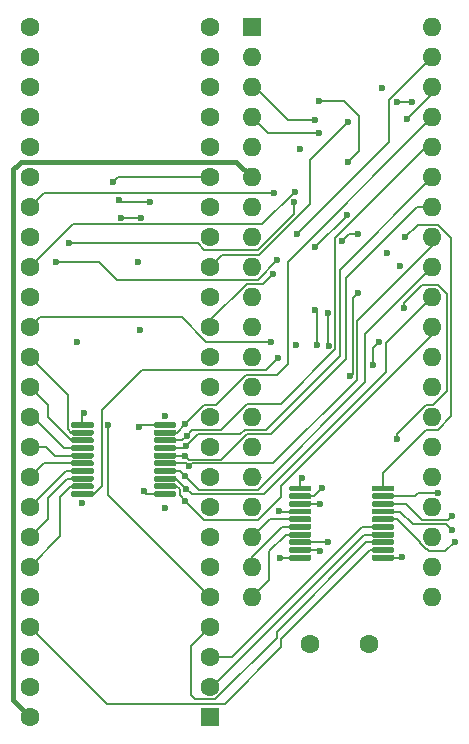
<source format=gbr>
G04 #@! TF.GenerationSoftware,KiCad,Pcbnew,(5.1.8)-1*
G04 #@! TF.CreationDate,2021-03-17T09:54:22-07:00*
G04 #@! TF.ProjectId,MCL64,4d434c36-342e-46b6-9963-61645f706362,rev?*
G04 #@! TF.SameCoordinates,Original*
G04 #@! TF.FileFunction,Copper,L4,Bot*
G04 #@! TF.FilePolarity,Positive*
%FSLAX46Y46*%
G04 Gerber Fmt 4.6, Leading zero omitted, Abs format (unit mm)*
G04 Created by KiCad (PCBNEW (5.1.8)-1) date 2021-03-17 09:54:22*
%MOMM*%
%LPD*%
G01*
G04 APERTURE LIST*
G04 #@! TA.AperFunction,ComponentPad*
%ADD10C,1.600000*%
G04 #@! TD*
G04 #@! TA.AperFunction,ComponentPad*
%ADD11R,1.600000X1.600000*%
G04 #@! TD*
G04 #@! TA.AperFunction,ComponentPad*
%ADD12O,1.600000X1.600000*%
G04 #@! TD*
G04 #@! TA.AperFunction,ViaPad*
%ADD13C,0.600000*%
G04 #@! TD*
G04 #@! TA.AperFunction,Conductor*
%ADD14C,0.177800*%
G04 #@! TD*
G04 #@! TA.AperFunction,Conductor*
%ADD15C,0.381000*%
G04 #@! TD*
G04 APERTURE END LIST*
D10*
X118532920Y-136410700D03*
X113532920Y-136410700D03*
X89847420Y-142618460D03*
X89847420Y-140078460D03*
X89847420Y-137538460D03*
X89847420Y-134998460D03*
X89847420Y-132458460D03*
X89847420Y-129918460D03*
X89847420Y-127378460D03*
X89847420Y-124838460D03*
X89847420Y-122298460D03*
X89847420Y-119758460D03*
X89847420Y-117218460D03*
X89847420Y-114678460D03*
X89847420Y-112138460D03*
X89847420Y-109598460D03*
D11*
X105087420Y-142618460D03*
D10*
X105087420Y-140078460D03*
X105087420Y-137538460D03*
X105087420Y-134998460D03*
X105087420Y-132458460D03*
X105087420Y-129918460D03*
X105087420Y-127378460D03*
X105087420Y-124838460D03*
X105087420Y-122298460D03*
X105087420Y-119758460D03*
X105087420Y-117218460D03*
X105087420Y-114678460D03*
X105087420Y-112138460D03*
X89847420Y-107058460D03*
X89847420Y-104518460D03*
X89847420Y-101978460D03*
X89847420Y-99438460D03*
X89847420Y-96898460D03*
X89847420Y-94358460D03*
X89847420Y-91818460D03*
X89847420Y-89278460D03*
X89847420Y-86738460D03*
X89847420Y-84198460D03*
X105087420Y-84198460D03*
X105087420Y-86738460D03*
X105087420Y-89278460D03*
X105087420Y-91818460D03*
X105087420Y-109598460D03*
X105087420Y-107058460D03*
X105087420Y-104518460D03*
X105087420Y-94358460D03*
X105087420Y-96898460D03*
X105087420Y-99438460D03*
X105087420Y-101978460D03*
G04 #@! TA.AperFunction,SMDPad,CuDef*
G36*
G01*
X95224760Y-117775260D02*
X95224760Y-118025260D01*
G75*
G02*
X95099760Y-118150260I-125000J0D01*
G01*
X93449760Y-118150260D01*
G75*
G02*
X93324760Y-118025260I0J125000D01*
G01*
X93324760Y-117775260D01*
G75*
G02*
X93449760Y-117650260I125000J0D01*
G01*
X95099760Y-117650260D01*
G75*
G02*
X95224760Y-117775260I0J-125000D01*
G01*
G37*
G04 #@! TD.AperFunction*
G04 #@! TA.AperFunction,SMDPad,CuDef*
G36*
G01*
X95224760Y-118425260D02*
X95224760Y-118675260D01*
G75*
G02*
X95099760Y-118800260I-125000J0D01*
G01*
X93449760Y-118800260D01*
G75*
G02*
X93324760Y-118675260I0J125000D01*
G01*
X93324760Y-118425260D01*
G75*
G02*
X93449760Y-118300260I125000J0D01*
G01*
X95099760Y-118300260D01*
G75*
G02*
X95224760Y-118425260I0J-125000D01*
G01*
G37*
G04 #@! TD.AperFunction*
G04 #@! TA.AperFunction,SMDPad,CuDef*
G36*
G01*
X95224760Y-119075260D02*
X95224760Y-119325260D01*
G75*
G02*
X95099760Y-119450260I-125000J0D01*
G01*
X93449760Y-119450260D01*
G75*
G02*
X93324760Y-119325260I0J125000D01*
G01*
X93324760Y-119075260D01*
G75*
G02*
X93449760Y-118950260I125000J0D01*
G01*
X95099760Y-118950260D01*
G75*
G02*
X95224760Y-119075260I0J-125000D01*
G01*
G37*
G04 #@! TD.AperFunction*
G04 #@! TA.AperFunction,SMDPad,CuDef*
G36*
G01*
X95224760Y-119725260D02*
X95224760Y-119975260D01*
G75*
G02*
X95099760Y-120100260I-125000J0D01*
G01*
X93449760Y-120100260D01*
G75*
G02*
X93324760Y-119975260I0J125000D01*
G01*
X93324760Y-119725260D01*
G75*
G02*
X93449760Y-119600260I125000J0D01*
G01*
X95099760Y-119600260D01*
G75*
G02*
X95224760Y-119725260I0J-125000D01*
G01*
G37*
G04 #@! TD.AperFunction*
G04 #@! TA.AperFunction,SMDPad,CuDef*
G36*
G01*
X95224760Y-120375260D02*
X95224760Y-120625260D01*
G75*
G02*
X95099760Y-120750260I-125000J0D01*
G01*
X93449760Y-120750260D01*
G75*
G02*
X93324760Y-120625260I0J125000D01*
G01*
X93324760Y-120375260D01*
G75*
G02*
X93449760Y-120250260I125000J0D01*
G01*
X95099760Y-120250260D01*
G75*
G02*
X95224760Y-120375260I0J-125000D01*
G01*
G37*
G04 #@! TD.AperFunction*
G04 #@! TA.AperFunction,SMDPad,CuDef*
G36*
G01*
X95224760Y-121025260D02*
X95224760Y-121275260D01*
G75*
G02*
X95099760Y-121400260I-125000J0D01*
G01*
X93449760Y-121400260D01*
G75*
G02*
X93324760Y-121275260I0J125000D01*
G01*
X93324760Y-121025260D01*
G75*
G02*
X93449760Y-120900260I125000J0D01*
G01*
X95099760Y-120900260D01*
G75*
G02*
X95224760Y-121025260I0J-125000D01*
G01*
G37*
G04 #@! TD.AperFunction*
G04 #@! TA.AperFunction,SMDPad,CuDef*
G36*
G01*
X95224760Y-121675260D02*
X95224760Y-121925260D01*
G75*
G02*
X95099760Y-122050260I-125000J0D01*
G01*
X93449760Y-122050260D01*
G75*
G02*
X93324760Y-121925260I0J125000D01*
G01*
X93324760Y-121675260D01*
G75*
G02*
X93449760Y-121550260I125000J0D01*
G01*
X95099760Y-121550260D01*
G75*
G02*
X95224760Y-121675260I0J-125000D01*
G01*
G37*
G04 #@! TD.AperFunction*
G04 #@! TA.AperFunction,SMDPad,CuDef*
G36*
G01*
X95224760Y-122325260D02*
X95224760Y-122575260D01*
G75*
G02*
X95099760Y-122700260I-125000J0D01*
G01*
X93449760Y-122700260D01*
G75*
G02*
X93324760Y-122575260I0J125000D01*
G01*
X93324760Y-122325260D01*
G75*
G02*
X93449760Y-122200260I125000J0D01*
G01*
X95099760Y-122200260D01*
G75*
G02*
X95224760Y-122325260I0J-125000D01*
G01*
G37*
G04 #@! TD.AperFunction*
G04 #@! TA.AperFunction,SMDPad,CuDef*
G36*
G01*
X95224760Y-122975260D02*
X95224760Y-123225260D01*
G75*
G02*
X95099760Y-123350260I-125000J0D01*
G01*
X93449760Y-123350260D01*
G75*
G02*
X93324760Y-123225260I0J125000D01*
G01*
X93324760Y-122975260D01*
G75*
G02*
X93449760Y-122850260I125000J0D01*
G01*
X95099760Y-122850260D01*
G75*
G02*
X95224760Y-122975260I0J-125000D01*
G01*
G37*
G04 #@! TD.AperFunction*
G04 #@! TA.AperFunction,SMDPad,CuDef*
G36*
G01*
X95224760Y-123625260D02*
X95224760Y-123875260D01*
G75*
G02*
X95099760Y-124000260I-125000J0D01*
G01*
X93449760Y-124000260D01*
G75*
G02*
X93324760Y-123875260I0J125000D01*
G01*
X93324760Y-123625260D01*
G75*
G02*
X93449760Y-123500260I125000J0D01*
G01*
X95099760Y-123500260D01*
G75*
G02*
X95224760Y-123625260I0J-125000D01*
G01*
G37*
G04 #@! TD.AperFunction*
G04 #@! TA.AperFunction,SMDPad,CuDef*
G36*
G01*
X102224760Y-123625260D02*
X102224760Y-123875260D01*
G75*
G02*
X102099760Y-124000260I-125000J0D01*
G01*
X100449760Y-124000260D01*
G75*
G02*
X100324760Y-123875260I0J125000D01*
G01*
X100324760Y-123625260D01*
G75*
G02*
X100449760Y-123500260I125000J0D01*
G01*
X102099760Y-123500260D01*
G75*
G02*
X102224760Y-123625260I0J-125000D01*
G01*
G37*
G04 #@! TD.AperFunction*
G04 #@! TA.AperFunction,SMDPad,CuDef*
G36*
G01*
X102224760Y-122975260D02*
X102224760Y-123225260D01*
G75*
G02*
X102099760Y-123350260I-125000J0D01*
G01*
X100449760Y-123350260D01*
G75*
G02*
X100324760Y-123225260I0J125000D01*
G01*
X100324760Y-122975260D01*
G75*
G02*
X100449760Y-122850260I125000J0D01*
G01*
X102099760Y-122850260D01*
G75*
G02*
X102224760Y-122975260I0J-125000D01*
G01*
G37*
G04 #@! TD.AperFunction*
G04 #@! TA.AperFunction,SMDPad,CuDef*
G36*
G01*
X102224760Y-122325260D02*
X102224760Y-122575260D01*
G75*
G02*
X102099760Y-122700260I-125000J0D01*
G01*
X100449760Y-122700260D01*
G75*
G02*
X100324760Y-122575260I0J125000D01*
G01*
X100324760Y-122325260D01*
G75*
G02*
X100449760Y-122200260I125000J0D01*
G01*
X102099760Y-122200260D01*
G75*
G02*
X102224760Y-122325260I0J-125000D01*
G01*
G37*
G04 #@! TD.AperFunction*
G04 #@! TA.AperFunction,SMDPad,CuDef*
G36*
G01*
X102224760Y-121675260D02*
X102224760Y-121925260D01*
G75*
G02*
X102099760Y-122050260I-125000J0D01*
G01*
X100449760Y-122050260D01*
G75*
G02*
X100324760Y-121925260I0J125000D01*
G01*
X100324760Y-121675260D01*
G75*
G02*
X100449760Y-121550260I125000J0D01*
G01*
X102099760Y-121550260D01*
G75*
G02*
X102224760Y-121675260I0J-125000D01*
G01*
G37*
G04 #@! TD.AperFunction*
G04 #@! TA.AperFunction,SMDPad,CuDef*
G36*
G01*
X102224760Y-121025260D02*
X102224760Y-121275260D01*
G75*
G02*
X102099760Y-121400260I-125000J0D01*
G01*
X100449760Y-121400260D01*
G75*
G02*
X100324760Y-121275260I0J125000D01*
G01*
X100324760Y-121025260D01*
G75*
G02*
X100449760Y-120900260I125000J0D01*
G01*
X102099760Y-120900260D01*
G75*
G02*
X102224760Y-121025260I0J-125000D01*
G01*
G37*
G04 #@! TD.AperFunction*
G04 #@! TA.AperFunction,SMDPad,CuDef*
G36*
G01*
X102224760Y-120375260D02*
X102224760Y-120625260D01*
G75*
G02*
X102099760Y-120750260I-125000J0D01*
G01*
X100449760Y-120750260D01*
G75*
G02*
X100324760Y-120625260I0J125000D01*
G01*
X100324760Y-120375260D01*
G75*
G02*
X100449760Y-120250260I125000J0D01*
G01*
X102099760Y-120250260D01*
G75*
G02*
X102224760Y-120375260I0J-125000D01*
G01*
G37*
G04 #@! TD.AperFunction*
G04 #@! TA.AperFunction,SMDPad,CuDef*
G36*
G01*
X102224760Y-119725260D02*
X102224760Y-119975260D01*
G75*
G02*
X102099760Y-120100260I-125000J0D01*
G01*
X100449760Y-120100260D01*
G75*
G02*
X100324760Y-119975260I0J125000D01*
G01*
X100324760Y-119725260D01*
G75*
G02*
X100449760Y-119600260I125000J0D01*
G01*
X102099760Y-119600260D01*
G75*
G02*
X102224760Y-119725260I0J-125000D01*
G01*
G37*
G04 #@! TD.AperFunction*
G04 #@! TA.AperFunction,SMDPad,CuDef*
G36*
G01*
X102224760Y-119075260D02*
X102224760Y-119325260D01*
G75*
G02*
X102099760Y-119450260I-125000J0D01*
G01*
X100449760Y-119450260D01*
G75*
G02*
X100324760Y-119325260I0J125000D01*
G01*
X100324760Y-119075260D01*
G75*
G02*
X100449760Y-118950260I125000J0D01*
G01*
X102099760Y-118950260D01*
G75*
G02*
X102224760Y-119075260I0J-125000D01*
G01*
G37*
G04 #@! TD.AperFunction*
G04 #@! TA.AperFunction,SMDPad,CuDef*
G36*
G01*
X102224760Y-118425260D02*
X102224760Y-118675260D01*
G75*
G02*
X102099760Y-118800260I-125000J0D01*
G01*
X100449760Y-118800260D01*
G75*
G02*
X100324760Y-118675260I0J125000D01*
G01*
X100324760Y-118425260D01*
G75*
G02*
X100449760Y-118300260I125000J0D01*
G01*
X102099760Y-118300260D01*
G75*
G02*
X102224760Y-118425260I0J-125000D01*
G01*
G37*
G04 #@! TD.AperFunction*
G04 #@! TA.AperFunction,SMDPad,CuDef*
G36*
G01*
X102224760Y-117775260D02*
X102224760Y-118025260D01*
G75*
G02*
X102099760Y-118150260I-125000J0D01*
G01*
X100449760Y-118150260D01*
G75*
G02*
X100324760Y-118025260I0J125000D01*
G01*
X100324760Y-117775260D01*
G75*
G02*
X100449760Y-117650260I125000J0D01*
G01*
X102099760Y-117650260D01*
G75*
G02*
X102224760Y-117775260I0J-125000D01*
G01*
G37*
G04 #@! TD.AperFunction*
G04 #@! TA.AperFunction,SMDPad,CuDef*
G36*
G01*
X113665160Y-123162600D02*
X113665160Y-123412600D01*
G75*
G02*
X113540160Y-123537600I-125000J0D01*
G01*
X111890160Y-123537600D01*
G75*
G02*
X111765160Y-123412600I0J125000D01*
G01*
X111765160Y-123162600D01*
G75*
G02*
X111890160Y-123037600I125000J0D01*
G01*
X113540160Y-123037600D01*
G75*
G02*
X113665160Y-123162600I0J-125000D01*
G01*
G37*
G04 #@! TD.AperFunction*
G04 #@! TA.AperFunction,SMDPad,CuDef*
G36*
G01*
X113665160Y-123812600D02*
X113665160Y-124062600D01*
G75*
G02*
X113540160Y-124187600I-125000J0D01*
G01*
X111890160Y-124187600D01*
G75*
G02*
X111765160Y-124062600I0J125000D01*
G01*
X111765160Y-123812600D01*
G75*
G02*
X111890160Y-123687600I125000J0D01*
G01*
X113540160Y-123687600D01*
G75*
G02*
X113665160Y-123812600I0J-125000D01*
G01*
G37*
G04 #@! TD.AperFunction*
G04 #@! TA.AperFunction,SMDPad,CuDef*
G36*
G01*
X113665160Y-124462600D02*
X113665160Y-124712600D01*
G75*
G02*
X113540160Y-124837600I-125000J0D01*
G01*
X111890160Y-124837600D01*
G75*
G02*
X111765160Y-124712600I0J125000D01*
G01*
X111765160Y-124462600D01*
G75*
G02*
X111890160Y-124337600I125000J0D01*
G01*
X113540160Y-124337600D01*
G75*
G02*
X113665160Y-124462600I0J-125000D01*
G01*
G37*
G04 #@! TD.AperFunction*
G04 #@! TA.AperFunction,SMDPad,CuDef*
G36*
G01*
X113665160Y-125112600D02*
X113665160Y-125362600D01*
G75*
G02*
X113540160Y-125487600I-125000J0D01*
G01*
X111890160Y-125487600D01*
G75*
G02*
X111765160Y-125362600I0J125000D01*
G01*
X111765160Y-125112600D01*
G75*
G02*
X111890160Y-124987600I125000J0D01*
G01*
X113540160Y-124987600D01*
G75*
G02*
X113665160Y-125112600I0J-125000D01*
G01*
G37*
G04 #@! TD.AperFunction*
G04 #@! TA.AperFunction,SMDPad,CuDef*
G36*
G01*
X113665160Y-125762600D02*
X113665160Y-126012600D01*
G75*
G02*
X113540160Y-126137600I-125000J0D01*
G01*
X111890160Y-126137600D01*
G75*
G02*
X111765160Y-126012600I0J125000D01*
G01*
X111765160Y-125762600D01*
G75*
G02*
X111890160Y-125637600I125000J0D01*
G01*
X113540160Y-125637600D01*
G75*
G02*
X113665160Y-125762600I0J-125000D01*
G01*
G37*
G04 #@! TD.AperFunction*
G04 #@! TA.AperFunction,SMDPad,CuDef*
G36*
G01*
X113665160Y-126412600D02*
X113665160Y-126662600D01*
G75*
G02*
X113540160Y-126787600I-125000J0D01*
G01*
X111890160Y-126787600D01*
G75*
G02*
X111765160Y-126662600I0J125000D01*
G01*
X111765160Y-126412600D01*
G75*
G02*
X111890160Y-126287600I125000J0D01*
G01*
X113540160Y-126287600D01*
G75*
G02*
X113665160Y-126412600I0J-125000D01*
G01*
G37*
G04 #@! TD.AperFunction*
G04 #@! TA.AperFunction,SMDPad,CuDef*
G36*
G01*
X113665160Y-127062600D02*
X113665160Y-127312600D01*
G75*
G02*
X113540160Y-127437600I-125000J0D01*
G01*
X111890160Y-127437600D01*
G75*
G02*
X111765160Y-127312600I0J125000D01*
G01*
X111765160Y-127062600D01*
G75*
G02*
X111890160Y-126937600I125000J0D01*
G01*
X113540160Y-126937600D01*
G75*
G02*
X113665160Y-127062600I0J-125000D01*
G01*
G37*
G04 #@! TD.AperFunction*
G04 #@! TA.AperFunction,SMDPad,CuDef*
G36*
G01*
X113665160Y-127712600D02*
X113665160Y-127962600D01*
G75*
G02*
X113540160Y-128087600I-125000J0D01*
G01*
X111890160Y-128087600D01*
G75*
G02*
X111765160Y-127962600I0J125000D01*
G01*
X111765160Y-127712600D01*
G75*
G02*
X111890160Y-127587600I125000J0D01*
G01*
X113540160Y-127587600D01*
G75*
G02*
X113665160Y-127712600I0J-125000D01*
G01*
G37*
G04 #@! TD.AperFunction*
G04 #@! TA.AperFunction,SMDPad,CuDef*
G36*
G01*
X113665160Y-128362600D02*
X113665160Y-128612600D01*
G75*
G02*
X113540160Y-128737600I-125000J0D01*
G01*
X111890160Y-128737600D01*
G75*
G02*
X111765160Y-128612600I0J125000D01*
G01*
X111765160Y-128362600D01*
G75*
G02*
X111890160Y-128237600I125000J0D01*
G01*
X113540160Y-128237600D01*
G75*
G02*
X113665160Y-128362600I0J-125000D01*
G01*
G37*
G04 #@! TD.AperFunction*
G04 #@! TA.AperFunction,SMDPad,CuDef*
G36*
G01*
X113665160Y-129012600D02*
X113665160Y-129262600D01*
G75*
G02*
X113540160Y-129387600I-125000J0D01*
G01*
X111890160Y-129387600D01*
G75*
G02*
X111765160Y-129262600I0J125000D01*
G01*
X111765160Y-129012600D01*
G75*
G02*
X111890160Y-128887600I125000J0D01*
G01*
X113540160Y-128887600D01*
G75*
G02*
X113665160Y-129012600I0J-125000D01*
G01*
G37*
G04 #@! TD.AperFunction*
G04 #@! TA.AperFunction,SMDPad,CuDef*
G36*
G01*
X120665160Y-129012600D02*
X120665160Y-129262600D01*
G75*
G02*
X120540160Y-129387600I-125000J0D01*
G01*
X118890160Y-129387600D01*
G75*
G02*
X118765160Y-129262600I0J125000D01*
G01*
X118765160Y-129012600D01*
G75*
G02*
X118890160Y-128887600I125000J0D01*
G01*
X120540160Y-128887600D01*
G75*
G02*
X120665160Y-129012600I0J-125000D01*
G01*
G37*
G04 #@! TD.AperFunction*
G04 #@! TA.AperFunction,SMDPad,CuDef*
G36*
G01*
X120665160Y-128362600D02*
X120665160Y-128612600D01*
G75*
G02*
X120540160Y-128737600I-125000J0D01*
G01*
X118890160Y-128737600D01*
G75*
G02*
X118765160Y-128612600I0J125000D01*
G01*
X118765160Y-128362600D01*
G75*
G02*
X118890160Y-128237600I125000J0D01*
G01*
X120540160Y-128237600D01*
G75*
G02*
X120665160Y-128362600I0J-125000D01*
G01*
G37*
G04 #@! TD.AperFunction*
G04 #@! TA.AperFunction,SMDPad,CuDef*
G36*
G01*
X120665160Y-127712600D02*
X120665160Y-127962600D01*
G75*
G02*
X120540160Y-128087600I-125000J0D01*
G01*
X118890160Y-128087600D01*
G75*
G02*
X118765160Y-127962600I0J125000D01*
G01*
X118765160Y-127712600D01*
G75*
G02*
X118890160Y-127587600I125000J0D01*
G01*
X120540160Y-127587600D01*
G75*
G02*
X120665160Y-127712600I0J-125000D01*
G01*
G37*
G04 #@! TD.AperFunction*
G04 #@! TA.AperFunction,SMDPad,CuDef*
G36*
G01*
X120665160Y-127062600D02*
X120665160Y-127312600D01*
G75*
G02*
X120540160Y-127437600I-125000J0D01*
G01*
X118890160Y-127437600D01*
G75*
G02*
X118765160Y-127312600I0J125000D01*
G01*
X118765160Y-127062600D01*
G75*
G02*
X118890160Y-126937600I125000J0D01*
G01*
X120540160Y-126937600D01*
G75*
G02*
X120665160Y-127062600I0J-125000D01*
G01*
G37*
G04 #@! TD.AperFunction*
G04 #@! TA.AperFunction,SMDPad,CuDef*
G36*
G01*
X120665160Y-126412600D02*
X120665160Y-126662600D01*
G75*
G02*
X120540160Y-126787600I-125000J0D01*
G01*
X118890160Y-126787600D01*
G75*
G02*
X118765160Y-126662600I0J125000D01*
G01*
X118765160Y-126412600D01*
G75*
G02*
X118890160Y-126287600I125000J0D01*
G01*
X120540160Y-126287600D01*
G75*
G02*
X120665160Y-126412600I0J-125000D01*
G01*
G37*
G04 #@! TD.AperFunction*
G04 #@! TA.AperFunction,SMDPad,CuDef*
G36*
G01*
X120665160Y-125762600D02*
X120665160Y-126012600D01*
G75*
G02*
X120540160Y-126137600I-125000J0D01*
G01*
X118890160Y-126137600D01*
G75*
G02*
X118765160Y-126012600I0J125000D01*
G01*
X118765160Y-125762600D01*
G75*
G02*
X118890160Y-125637600I125000J0D01*
G01*
X120540160Y-125637600D01*
G75*
G02*
X120665160Y-125762600I0J-125000D01*
G01*
G37*
G04 #@! TD.AperFunction*
G04 #@! TA.AperFunction,SMDPad,CuDef*
G36*
G01*
X120665160Y-125112600D02*
X120665160Y-125362600D01*
G75*
G02*
X120540160Y-125487600I-125000J0D01*
G01*
X118890160Y-125487600D01*
G75*
G02*
X118765160Y-125362600I0J125000D01*
G01*
X118765160Y-125112600D01*
G75*
G02*
X118890160Y-124987600I125000J0D01*
G01*
X120540160Y-124987600D01*
G75*
G02*
X120665160Y-125112600I0J-125000D01*
G01*
G37*
G04 #@! TD.AperFunction*
G04 #@! TA.AperFunction,SMDPad,CuDef*
G36*
G01*
X120665160Y-124462600D02*
X120665160Y-124712600D01*
G75*
G02*
X120540160Y-124837600I-125000J0D01*
G01*
X118890160Y-124837600D01*
G75*
G02*
X118765160Y-124712600I0J125000D01*
G01*
X118765160Y-124462600D01*
G75*
G02*
X118890160Y-124337600I125000J0D01*
G01*
X120540160Y-124337600D01*
G75*
G02*
X120665160Y-124462600I0J-125000D01*
G01*
G37*
G04 #@! TD.AperFunction*
G04 #@! TA.AperFunction,SMDPad,CuDef*
G36*
G01*
X120665160Y-123812600D02*
X120665160Y-124062600D01*
G75*
G02*
X120540160Y-124187600I-125000J0D01*
G01*
X118890160Y-124187600D01*
G75*
G02*
X118765160Y-124062600I0J125000D01*
G01*
X118765160Y-123812600D01*
G75*
G02*
X118890160Y-123687600I125000J0D01*
G01*
X120540160Y-123687600D01*
G75*
G02*
X120665160Y-123812600I0J-125000D01*
G01*
G37*
G04 #@! TD.AperFunction*
G04 #@! TA.AperFunction,SMDPad,CuDef*
G36*
G01*
X120665160Y-123162600D02*
X120665160Y-123412600D01*
G75*
G02*
X120540160Y-123537600I-125000J0D01*
G01*
X118890160Y-123537600D01*
G75*
G02*
X118765160Y-123412600I0J125000D01*
G01*
X118765160Y-123162600D01*
G75*
G02*
X118890160Y-123037600I125000J0D01*
G01*
X120540160Y-123037600D01*
G75*
G02*
X120665160Y-123162600I0J-125000D01*
G01*
G37*
G04 #@! TD.AperFunction*
D12*
X123873260Y-84226400D03*
X108633260Y-132486400D03*
X123873260Y-86766400D03*
X108633260Y-129946400D03*
X123873260Y-89306400D03*
X108633260Y-127406400D03*
X123873260Y-91846400D03*
X108633260Y-124866400D03*
X123873260Y-94386400D03*
X108633260Y-122326400D03*
X123873260Y-96926400D03*
X108633260Y-119786400D03*
X123873260Y-99466400D03*
X108633260Y-117246400D03*
X123873260Y-102006400D03*
X108633260Y-114706400D03*
X123873260Y-104546400D03*
X108633260Y-112166400D03*
X123873260Y-107086400D03*
X108633260Y-109626400D03*
X123873260Y-109626400D03*
X108633260Y-107086400D03*
X123873260Y-112166400D03*
X108633260Y-104546400D03*
X123873260Y-114706400D03*
X108633260Y-102006400D03*
X123873260Y-117246400D03*
X108633260Y-99466400D03*
X123873260Y-119786400D03*
X108633260Y-96926400D03*
X123873260Y-122326400D03*
X108633260Y-94386400D03*
X123873260Y-124866400D03*
X108633260Y-91846400D03*
X123873260Y-127406400D03*
X108633260Y-89306400D03*
X123873260Y-129946400D03*
X108633260Y-86766400D03*
X123873260Y-132486400D03*
D11*
X108633260Y-84226400D03*
D13*
X93776800Y-110850680D03*
X94206060Y-124510800D03*
X121340880Y-129120900D03*
X112682020Y-94510860D03*
X112395000Y-111115140D03*
X99458320Y-123536536D03*
X99030574Y-118039163D03*
X121185940Y-104467660D03*
X98953320Y-104084120D03*
X99118420Y-109893100D03*
X94373415Y-116907004D03*
X119608600Y-89369900D03*
X112861049Y-122387399D03*
X110996055Y-129179915D03*
X101257100Y-124914660D03*
X101300938Y-117150571D03*
X120103900Y-103344980D03*
X120947180Y-90589100D03*
X122163840Y-90528140D03*
X119359680Y-110871000D03*
X118862321Y-112872108D03*
X110794802Y-112227360D03*
X114269520Y-93215460D03*
X113976064Y-92120554D03*
X121737120Y-92024200D03*
X112400080Y-101747320D03*
X114165380Y-111147860D03*
X114003415Y-108203405D03*
X115039140Y-108437680D03*
X115120420Y-111218980D03*
X117617240Y-106718100D03*
X116946680Y-113802160D03*
X102956360Y-117835680D03*
X110944660Y-125211840D03*
X103088440Y-118803420D03*
X114429540Y-124566680D03*
X103045262Y-119715280D03*
X114551460Y-123276360D03*
X102967002Y-120549790D03*
X103272143Y-121413051D03*
X102941119Y-122222260D03*
X103075740Y-123294140D03*
X102981760Y-124340620D03*
X114363500Y-128587500D03*
X115082988Y-127851570D03*
X99213166Y-100345049D03*
X97502980Y-100345049D03*
X100020120Y-99032060D03*
X97401380Y-98902520D03*
X96888300Y-97312480D03*
X113982500Y-102859840D03*
X116662200Y-100159820D03*
X116743480Y-95633540D03*
X114287300Y-90510360D03*
X121592340Y-102029260D03*
X116258340Y-102339140D03*
X117584521Y-101765100D03*
X110789720Y-103929180D03*
X91996260Y-104094280D03*
X125778260Y-127774700D03*
X125544788Y-126779976D03*
X125549660Y-125630940D03*
X124345410Y-123703080D03*
X116791740Y-92273120D03*
X110523020Y-98231960D03*
X110230920Y-110871000D03*
X121495820Y-108013500D03*
X120901460Y-119062500D03*
X110414399Y-105105951D03*
X96464410Y-117940757D03*
X112273080Y-98145600D03*
X112174020Y-99067620D03*
X93139260Y-102532180D03*
D14*
X88780719Y-95925541D02*
X88874501Y-95831759D01*
D15*
X107309920Y-95603060D02*
X108633260Y-96926400D01*
X89103200Y-95603060D02*
X107309920Y-95603060D01*
X88874501Y-95831759D02*
X89103200Y-95603060D01*
X88432640Y-96273620D02*
X88780719Y-95925541D01*
X88432640Y-141203680D02*
X88432640Y-96273620D01*
X89847420Y-142618460D02*
X88432640Y-141203680D01*
D14*
X121324180Y-129137600D02*
X121340880Y-129120900D01*
X119715160Y-129137600D02*
X121324180Y-129137600D01*
X99672044Y-123750260D02*
X99458320Y-123536536D01*
X101274760Y-123750260D02*
X99672044Y-123750260D01*
X99169477Y-117900260D02*
X99030574Y-118039163D01*
X101274760Y-117900260D02*
X99169477Y-117900260D01*
X94274760Y-117005659D02*
X94373415Y-116907004D01*
X94274760Y-117900260D02*
X94274760Y-117005659D01*
X112715160Y-123287600D02*
X112715160Y-122533288D01*
X112715160Y-122533288D02*
X112861049Y-122387399D01*
X112715160Y-129137600D02*
X111038370Y-129137600D01*
X111038370Y-129137600D02*
X110996055Y-129179915D01*
X122102880Y-90589100D02*
X122163840Y-90528140D01*
X120947180Y-90589100D02*
X122102880Y-90589100D01*
X119359680Y-110871000D02*
X118862321Y-111368359D01*
X118862321Y-111368359D02*
X118862321Y-112872108D01*
X94274760Y-123750260D02*
X95224760Y-123750260D01*
X95224760Y-123750260D02*
X95897700Y-123077320D01*
X95897700Y-123077320D02*
X95897700Y-116657120D01*
X95897700Y-116657120D02*
X99321719Y-113233101D01*
X99321719Y-113233101D02*
X109789061Y-113233101D01*
X109789061Y-113233101D02*
X110794802Y-112227360D01*
X114269520Y-93215460D02*
X110002320Y-93215460D01*
X110002320Y-93215460D02*
X108633260Y-91846400D01*
X111693794Y-92120554D02*
X113976064Y-92120554D01*
X108879640Y-89306400D02*
X111693794Y-92120554D01*
X108633260Y-89306400D02*
X108879640Y-89306400D01*
X123873260Y-89888060D02*
X123873260Y-89306400D01*
X121737120Y-92024200D02*
X123873260Y-89888060D01*
X112400080Y-101747320D02*
X120235980Y-93911420D01*
X120235980Y-90403680D02*
X123873260Y-86766400D01*
X120235980Y-93911420D02*
X120235980Y-90403680D01*
X114165380Y-108365370D02*
X114003415Y-108203405D01*
X114165380Y-111147860D02*
X114165380Y-108365370D01*
X115039140Y-111137700D02*
X115120420Y-111218980D01*
X115039140Y-108437680D02*
X115039140Y-111137700D01*
X117157500Y-113591340D02*
X116946680Y-113802160D01*
X117157500Y-107177840D02*
X117157500Y-113591340D01*
X117617240Y-106718100D02*
X117157500Y-107177840D01*
X110109000Y-131010660D02*
X108633260Y-132486400D01*
X110109000Y-128569720D02*
X110109000Y-131010660D01*
X111491120Y-127187600D02*
X110109000Y-128569720D01*
X112715160Y-127187600D02*
X111491120Y-127187600D01*
X108633260Y-129070100D02*
X108633260Y-129946400D01*
X111165760Y-126537600D02*
X108633260Y-129070100D01*
X112715160Y-126537600D02*
X111165760Y-126537600D01*
X110152060Y-125887600D02*
X108633260Y-127406400D01*
X112715160Y-125887600D02*
X110152060Y-125887600D01*
X101274760Y-118550260D02*
X102241780Y-118550260D01*
X123873260Y-91846400D02*
X111645982Y-104073678D01*
X102241780Y-118550260D02*
X102956360Y-117835680D01*
X111645982Y-104073678D02*
X111645982Y-112781318D01*
X111645982Y-112781318D02*
X110787601Y-113639699D01*
X108121243Y-113639699D02*
X105558383Y-116202559D01*
X105558383Y-116202559D02*
X104589481Y-116202559D01*
X104589481Y-116202559D02*
X102956360Y-117835680D01*
X110787601Y-113639699D02*
X108121243Y-113639699D01*
X109004460Y-125237600D02*
X108633260Y-124866400D01*
X110970420Y-125237600D02*
X110944660Y-125211840D01*
X112715160Y-125237600D02*
X110970420Y-125237600D01*
X123873260Y-94386400D02*
X123372360Y-94386400D01*
X123372360Y-94386400D02*
X115687122Y-102071638D01*
X115687122Y-102071638D02*
X115687122Y-111490998D01*
X115687122Y-111490998D02*
X111049408Y-116128712D01*
X111049408Y-116128712D02*
X108172230Y-116128712D01*
X108172230Y-116128712D02*
X105964794Y-118336148D01*
X105964794Y-118336148D02*
X103555712Y-118336148D01*
X103555712Y-118336148D02*
X103088440Y-118803420D01*
X101274760Y-119200260D02*
X102691600Y-119200260D01*
X102691600Y-119200260D02*
X103088440Y-118803420D01*
X109413040Y-122326400D02*
X108633260Y-122326400D01*
X114408620Y-124587600D02*
X114429540Y-124566680D01*
X112715160Y-124587600D02*
X114408620Y-124587600D01*
X104068783Y-118691759D02*
X103045262Y-119715280D01*
X116042733Y-104756927D02*
X116042733Y-112061967D01*
X102910282Y-119850260D02*
X103045262Y-119715280D01*
X107646275Y-118691759D02*
X104068783Y-118691759D01*
X101274760Y-119850260D02*
X102910282Y-119850260D01*
X123873260Y-96926400D02*
X116042733Y-104756927D01*
X116042733Y-112061967D02*
X109791599Y-118313101D01*
X108024932Y-118313101D02*
X107646275Y-118691759D01*
X109791599Y-118313101D02*
X108024932Y-118313101D01*
X113890220Y-123937600D02*
X114551460Y-123276360D01*
X112715160Y-123937600D02*
X113890220Y-123937600D01*
X122605282Y-99466400D02*
X116626640Y-105445042D01*
X102917472Y-120500260D02*
X102967002Y-120549790D01*
X101274760Y-120500260D02*
X102917472Y-120500260D01*
X123873260Y-99466400D02*
X122605282Y-99466400D01*
X103267001Y-120849789D02*
X102967002Y-120549790D01*
X110266568Y-118668712D02*
X108172231Y-118668712D01*
X105991154Y-120849789D02*
X103267001Y-120849789D01*
X116626640Y-105445042D02*
X116626640Y-112308640D01*
X108172231Y-118668712D02*
X105991154Y-120849789D01*
X116626640Y-112308640D02*
X110266568Y-118668712D01*
X117513382Y-109123716D02*
X117513382Y-114074178D01*
X123873260Y-102763838D02*
X117513382Y-109123716D01*
X110429839Y-121157721D02*
X103527473Y-121157721D01*
X101274760Y-121150260D02*
X103009352Y-121150260D01*
X103527473Y-121157721D02*
X103272143Y-121413051D01*
X123873260Y-102006400D02*
X123873260Y-102763838D01*
X117513382Y-114074178D02*
X110429839Y-121157721D01*
X103009352Y-121150260D02*
X103272143Y-121413051D01*
X109100743Y-123393101D02*
X104111960Y-123393101D01*
X118188751Y-114305093D02*
X109100743Y-123393101D01*
X118188751Y-110230909D02*
X118188751Y-114305093D01*
X123873260Y-104546400D02*
X118188751Y-110230909D01*
X102519119Y-121800260D02*
X102941119Y-122222260D01*
X101274760Y-121800260D02*
X102519119Y-121800260D01*
X104111960Y-123393101D02*
X102941119Y-122222260D01*
X101274760Y-122450260D02*
X102231860Y-122450260D01*
X109621408Y-123748712D02*
X103530312Y-123748712D01*
X102231860Y-122450260D02*
X103075740Y-123294140D01*
X103530312Y-123748712D02*
X103075740Y-123294140D01*
X119967022Y-113403098D02*
X109621408Y-123748712D01*
X119967022Y-110992638D02*
X119967022Y-113403098D01*
X123873260Y-107086400D02*
X119967022Y-110992638D01*
X111084360Y-123994018D02*
X109145277Y-125933101D01*
X123873260Y-110279180D02*
X111084360Y-123068080D01*
X111084360Y-123068080D02*
X111084360Y-123994018D01*
X104574241Y-125933101D02*
X102981760Y-124340620D01*
X123873260Y-109626400D02*
X123873260Y-110279180D01*
X109145277Y-125933101D02*
X104574241Y-125933101D01*
X102224760Y-123100260D02*
X102493798Y-123369298D01*
X102493798Y-123852658D02*
X102981760Y-124340620D01*
X101274760Y-123100260D02*
X102224760Y-123100260D01*
X102493798Y-123369298D02*
X102493798Y-123852658D01*
X112715160Y-128487600D02*
X114263600Y-128487600D01*
X114263600Y-128487600D02*
X114363500Y-128587500D01*
X112715160Y-127837600D02*
X115069018Y-127837600D01*
X115069018Y-127837600D02*
X115082988Y-127851570D01*
X99213166Y-100345049D02*
X97502980Y-100345049D01*
X97530920Y-99032060D02*
X97401380Y-98902520D01*
X100020120Y-99032060D02*
X97530920Y-99032060D01*
X97302320Y-96898460D02*
X96888300Y-97312480D01*
X105087420Y-96898460D02*
X97302320Y-96898460D01*
X116662200Y-100180140D02*
X116662200Y-100159820D01*
X113982500Y-102859840D02*
X116662200Y-100180140D01*
X116743480Y-95633540D02*
X117657880Y-94719140D01*
X117657880Y-94719140D02*
X117657880Y-91738370D01*
X117657880Y-91738370D02*
X116405209Y-90485699D01*
X116380548Y-90510360D02*
X116405209Y-90485699D01*
X114287300Y-90510360D02*
X116380548Y-90510360D01*
X116258340Y-102339140D02*
X116832380Y-101765100D01*
X116832380Y-101765100D02*
X117584521Y-101765100D01*
X122681901Y-100939699D02*
X121592340Y-102029260D01*
X124385277Y-100939699D02*
X122681901Y-100939699D01*
X125511571Y-102065993D02*
X124385277Y-100939699D01*
X125511571Y-117186807D02*
X125511571Y-102065993D01*
X124385277Y-118313101D02*
X125511571Y-117186807D01*
X119715160Y-121959184D02*
X123361243Y-118313101D01*
X119715160Y-123287600D02*
X119715160Y-121959184D01*
X123361243Y-118313101D02*
X124385277Y-118313101D01*
X109105799Y-105613101D02*
X97208241Y-105613101D01*
X110789720Y-103929180D02*
X109105799Y-105613101D01*
X95689420Y-104094280D02*
X91996260Y-104094280D01*
X97208241Y-105613101D02*
X95689420Y-104094280D01*
X96349732Y-141500772D02*
X89847420Y-134998460D01*
X106332108Y-141500772D02*
X96349732Y-141500772D01*
X111097060Y-136735820D02*
X106332108Y-141500772D01*
X111097060Y-136011920D02*
X111097060Y-136735820D01*
X118595140Y-128513840D02*
X111097060Y-136011920D01*
X118866920Y-128483360D02*
X118836440Y-128513840D01*
X119055720Y-128487600D02*
X119051480Y-128483360D01*
X118836440Y-128513840D02*
X118595140Y-128513840D01*
X119051480Y-128483360D02*
X118866920Y-128483360D01*
X119715160Y-128487600D02*
X119055720Y-128487600D01*
X103819861Y-141145161D02*
X103471980Y-140797280D01*
X103471980Y-140797280D02*
X103471980Y-136613900D01*
X105529490Y-141145161D02*
X103819861Y-141145161D01*
X110741449Y-135933202D02*
X105529490Y-141145161D01*
X110741449Y-135415031D02*
X110741449Y-135933202D01*
X118318880Y-127837600D02*
X110741449Y-135415031D01*
X103471980Y-136613900D02*
X105087420Y-134998460D01*
X119715160Y-127837600D02*
X118318880Y-127837600D01*
X118115440Y-127187600D02*
X119715160Y-127187600D01*
X105224580Y-140078460D02*
X118115440Y-127187600D01*
X105087420Y-140078460D02*
X105224580Y-140078460D01*
X106951780Y-137538460D02*
X105087420Y-137538460D01*
X117952640Y-126537600D02*
X106951780Y-137538460D01*
X119715160Y-126537600D02*
X117952640Y-126537600D01*
X125013441Y-128539519D02*
X125778260Y-127774700D01*
X123599219Y-128539519D02*
X125013441Y-128539519D01*
X123482001Y-128422301D02*
X123599219Y-128539519D01*
X123385627Y-128422301D02*
X123482001Y-128422301D01*
X122857359Y-127894033D02*
X123385627Y-128422301D01*
X122857359Y-127797659D02*
X122857359Y-127894033D01*
X120947300Y-125887600D02*
X122857359Y-127797659D01*
X119715160Y-125887600D02*
X120947300Y-125887600D01*
X125085064Y-126320252D02*
X125544788Y-126779976D01*
X122274032Y-126320252D02*
X125085064Y-126320252D01*
X121191380Y-125237600D02*
X122274032Y-126320252D01*
X119715160Y-125237600D02*
X121191380Y-125237600D01*
X122999779Y-125930939D02*
X125249661Y-125930939D01*
X121656440Y-124587600D02*
X122999779Y-125930939D01*
X119715160Y-124587600D02*
X121656440Y-124587600D01*
X125249661Y-125930939D02*
X125549660Y-125630940D01*
X122648980Y-123703080D02*
X124345410Y-123703080D01*
X122414460Y-123937600D02*
X122648980Y-123703080D01*
X119715160Y-123937600D02*
X122414460Y-123937600D01*
X116791740Y-92273120D02*
X113558320Y-95506540D01*
X109241587Y-103479699D02*
X106126181Y-103479699D01*
X106126181Y-103479699D02*
X105087420Y-104518460D01*
X113558320Y-99162967D02*
X109241587Y-103479699D01*
X113558320Y-95506540D02*
X113558320Y-99162967D01*
X91053920Y-98231960D02*
X89847420Y-99438460D01*
X110523020Y-98231960D02*
X91053920Y-98231960D01*
X102688383Y-108798461D02*
X104760922Y-110871000D01*
X89847420Y-109598460D02*
X90647419Y-108798461D01*
X90647419Y-108798461D02*
X102688383Y-108798461D01*
X104760922Y-110871000D02*
X110230920Y-110871000D01*
X121495820Y-107589236D02*
X123065357Y-106019699D01*
X123065357Y-106019699D02*
X124385277Y-106019699D01*
X121495820Y-108013500D02*
X121495820Y-107589236D01*
X124385277Y-106019699D02*
X125155960Y-106790382D01*
X125155960Y-106790382D02*
X125155960Y-115002418D01*
X125155960Y-115002418D02*
X123978679Y-116179699D01*
X123978679Y-116179699D02*
X123361243Y-116179699D01*
X123361243Y-116179699D02*
X120901460Y-118639482D01*
X120901460Y-118639482D02*
X120901460Y-119062500D01*
X105087420Y-109053522D02*
X108172230Y-105968712D01*
X105087420Y-109598460D02*
X105087420Y-109053522D01*
X108172230Y-105968712D02*
X109551638Y-105968712D01*
X109551638Y-105968712D02*
X110414399Y-105105951D01*
X93058050Y-118283550D02*
X93324760Y-118550260D01*
X93324760Y-118550260D02*
X94274760Y-118550260D01*
X93058050Y-115349090D02*
X93058050Y-118283550D01*
X89847420Y-112138460D02*
X93058050Y-115349090D01*
X93324760Y-119200260D02*
X91381580Y-117257080D01*
X94274760Y-119200260D02*
X93324760Y-119200260D01*
X91381580Y-116212620D02*
X89847420Y-114678460D01*
X91381580Y-117257080D02*
X91381580Y-116212620D01*
X94274760Y-119850260D02*
X92700200Y-119850260D01*
X90068400Y-117218460D02*
X89847420Y-117218460D01*
X92700200Y-119850260D02*
X90068400Y-117218460D01*
X94274760Y-120500260D02*
X91910020Y-120500260D01*
X91168220Y-119758460D02*
X89847420Y-119758460D01*
X91910020Y-120500260D02*
X91168220Y-119758460D01*
X90995620Y-121150260D02*
X89847420Y-122298460D01*
X94274760Y-121150260D02*
X90995620Y-121150260D01*
X94274760Y-121800260D02*
X92885620Y-121800260D01*
X92885620Y-121800260D02*
X89847420Y-124838460D01*
X93005240Y-122450260D02*
X91381580Y-124073920D01*
X94274760Y-122450260D02*
X93005240Y-122450260D01*
X91381580Y-124073920D02*
X91381580Y-125844300D01*
X91381580Y-125844300D02*
X89847420Y-127378460D01*
X93324760Y-123100260D02*
X92417900Y-124007120D01*
X94274760Y-123100260D02*
X93324760Y-123100260D01*
X92417900Y-127347980D02*
X89847420Y-129918460D01*
X92417900Y-124007120D02*
X92417900Y-127347980D01*
X96464410Y-123835450D02*
X96464410Y-117940757D01*
X105087420Y-132458460D02*
X96464410Y-123835450D01*
X112273080Y-98145600D02*
X109506921Y-100911759D01*
X109506921Y-100911759D02*
X93454121Y-100911759D01*
X93454121Y-100911759D02*
X89847420Y-104518460D01*
X109145277Y-103073101D02*
X104603343Y-103073101D01*
X112174020Y-100044358D02*
X109145277Y-103073101D01*
X112174020Y-99067620D02*
X112174020Y-100044358D01*
X104062422Y-102532180D02*
X93139260Y-102532180D01*
X104603343Y-103073101D02*
X104062422Y-102532180D01*
M02*

</source>
